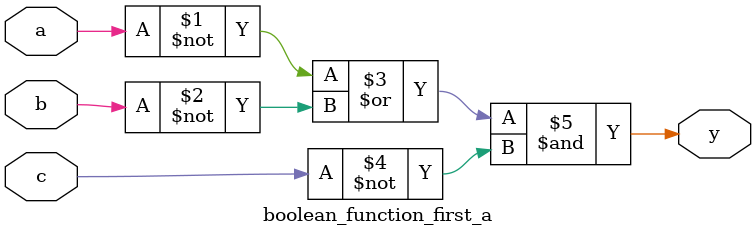
<source format=v>
`timescale 1ns / 1ps

//////////////////////////////////////////////////////////////////////////////////


module boolean_function_first_a(
input a,
input b,
input c,
output y
    );
    assign y=((~a)|(~b))&(~c);
endmodule

</source>
